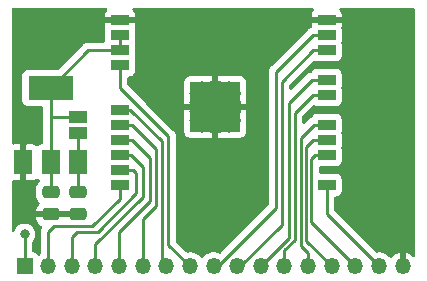
<source format=gbr>
%TF.GenerationSoftware,KiCad,Pcbnew,(6.0.8)*%
%TF.CreationDate,2023-06-07T12:36:53+01:00*%
%TF.ProjectId,BlueRetro_Universal_HW1_3v3,426c7565-5265-4747-926f-5f556e697665,rev?*%
%TF.SameCoordinates,Original*%
%TF.FileFunction,Copper,L1,Top*%
%TF.FilePolarity,Positive*%
%FSLAX46Y46*%
G04 Gerber Fmt 4.6, Leading zero omitted, Abs format (unit mm)*
G04 Created by KiCad (PCBNEW (6.0.8)) date 2023-06-07 12:36:53*
%MOMM*%
%LPD*%
G01*
G04 APERTURE LIST*
G04 Aperture macros list*
%AMRoundRect*
0 Rectangle with rounded corners*
0 $1 Rounding radius*
0 $2 $3 $4 $5 $6 $7 $8 $9 X,Y pos of 4 corners*
0 Add a 4 corners polygon primitive as box body*
4,1,4,$2,$3,$4,$5,$6,$7,$8,$9,$2,$3,0*
0 Add four circle primitives for the rounded corners*
1,1,$1+$1,$2,$3*
1,1,$1+$1,$4,$5*
1,1,$1+$1,$6,$7*
1,1,$1+$1,$8,$9*
0 Add four rect primitives between the rounded corners*
20,1,$1+$1,$2,$3,$4,$5,0*
20,1,$1+$1,$4,$5,$6,$7,0*
20,1,$1+$1,$6,$7,$8,$9,0*
20,1,$1+$1,$8,$9,$2,$3,0*%
G04 Aperture macros list end*
%TA.AperFunction,ComponentPad*%
%ADD10C,0.475000*%
%TD*%
%TA.AperFunction,SMDPad,CuDef*%
%ADD11R,1.050000X1.050000*%
%TD*%
%TA.AperFunction,SMDPad,CuDef*%
%ADD12R,4.200000X4.200000*%
%TD*%
%TA.AperFunction,SMDPad,CuDef*%
%ADD13R,1.500000X0.900000*%
%TD*%
%TA.AperFunction,SMDPad,CuDef*%
%ADD14R,1.500000X2.000000*%
%TD*%
%TA.AperFunction,SMDPad,CuDef*%
%ADD15R,3.800000X2.000000*%
%TD*%
%TA.AperFunction,SMDPad,CuDef*%
%ADD16R,1.500000X1.000000*%
%TD*%
%TA.AperFunction,SMDPad,CuDef*%
%ADD17O,1.350000X1.350000*%
%TD*%
%TA.AperFunction,SMDPad,CuDef*%
%ADD18R,1.350000X1.350000*%
%TD*%
%TA.AperFunction,SMDPad,CuDef*%
%ADD19RoundRect,0.250000X-0.475000X0.250000X-0.475000X-0.250000X0.475000X-0.250000X0.475000X0.250000X0*%
%TD*%
%TA.AperFunction,ViaPad*%
%ADD20C,0.800000*%
%TD*%
%TA.AperFunction,Conductor*%
%ADD21C,0.250000*%
%TD*%
G04 APERTURE END LIST*
D10*
%TO.P,U2,39,GND*%
%TO.N,GND*%
X149016000Y-57532300D03*
D11*
X149016000Y-58294800D03*
D10*
X150541000Y-59057300D03*
D12*
X149016000Y-58294800D03*
D10*
X148253500Y-58294800D03*
D11*
X149016000Y-56769800D03*
D10*
X149778500Y-58294800D03*
D11*
X150541000Y-56769800D03*
X147491000Y-59819800D03*
X147491000Y-58294800D03*
X150541000Y-58294800D03*
D10*
X149016000Y-59057300D03*
X150541000Y-57532300D03*
X148253500Y-56769800D03*
X148253500Y-59819800D03*
D11*
X149016000Y-59819800D03*
X150541000Y-59819800D03*
D10*
X147491000Y-59057300D03*
X149778500Y-56769800D03*
D11*
X147491000Y-56769800D03*
D10*
X149778500Y-59819800D03*
X147491000Y-57532300D03*
D13*
%TO.P,U2,38,GND*%
X158446000Y-50954800D03*
%TO.P,U2,37,IO23*%
%TO.N,IO23*%
X158446000Y-52224800D03*
%TO.P,U2,36,IO22*%
%TO.N,IO22*%
X158446000Y-53494800D03*
%TO.P,U2,34,RXD0/IO3*%
%TO.N,IO3*%
X158446000Y-56034800D03*
%TO.P,U2,33,IO21*%
%TO.N,IO21*%
X158446000Y-57304800D03*
%TO.P,U2,31,IO19*%
%TO.N,IO19*%
X158446000Y-59844800D03*
%TO.P,U2,30,IO18*%
%TO.N,IO18*%
X158446000Y-61114800D03*
%TO.P,U2,29,IO5*%
%TO.N,IO5*%
X158446000Y-62384800D03*
%TO.P,U2,27,IO16*%
%TO.N,IO16*%
X158446000Y-64924800D03*
%TO.P,U2,12,IO27*%
%TO.N,IO27*%
X140946000Y-64924800D03*
%TO.P,U2,11,IO26*%
%TO.N,IO26*%
X140946000Y-63654800D03*
%TO.P,U2,10,IO25*%
%TO.N,IO25*%
X140946000Y-62384800D03*
%TO.P,U2,9,IO33*%
%TO.N,IO33*%
X140946000Y-61114800D03*
%TO.P,U2,8,IO32*%
%TO.N,IO32*%
X140946000Y-59844800D03*
%TO.P,U2,7,IO35*%
%TO.N,IO35*%
X140946000Y-58574800D03*
%TO.P,U2,4,SENSOR_VP*%
%TO.N,IO36*%
X140946000Y-54764800D03*
%TO.P,U2,3,EN*%
%TO.N,+3V3*%
X140946000Y-53494800D03*
%TO.P,U2,2,VDD*%
X140946000Y-52224800D03*
%TO.P,U2,1,GND*%
%TO.N,GND*%
X140946000Y-50954800D03*
%TD*%
D14*
%TO.P,U1,3,VI*%
%TO.N,+5V*%
X137377200Y-62994800D03*
%TO.P,U1,2,VO*%
%TO.N,+3V3*%
X135077200Y-62994800D03*
D15*
X135077200Y-56694800D03*
D14*
%TO.P,U1,1,GND*%
%TO.N,GND*%
X132777200Y-62994800D03*
%TD*%
D16*
%TO.P,JP1,2,B*%
%TO.N,+3V3*%
X137377200Y-59194800D03*
%TO.P,JP1,1,A*%
%TO.N,+5V*%
X137377200Y-60494800D03*
%TD*%
D17*
%TO.P,J1,17,Pin_17*%
%TO.N,GND*%
X164869400Y-71805800D03*
%TO.P,J1,16,Pin_16*%
%TO.N,IO16*%
X162869400Y-71805800D03*
%TO.P,J1,15,Pin_15*%
%TO.N,IO5*%
X160869400Y-71805800D03*
%TO.P,J1,14,Pin_14*%
%TO.N,IO18*%
X158869400Y-71805800D03*
%TO.P,J1,13,Pin_13*%
%TO.N,IO19*%
X156869400Y-71805800D03*
%TO.P,J1,12,Pin_12*%
%TO.N,IO21*%
X154869400Y-71805800D03*
%TO.P,J1,11,Pin_11*%
%TO.N,IO3*%
X152869400Y-71805800D03*
%TO.P,J1,10,Pin_10*%
%TO.N,IO22*%
X150869400Y-71805800D03*
%TO.P,J1,9,Pin_9*%
%TO.N,IO23*%
X148869400Y-71805800D03*
%TO.P,J1,8,Pin_8*%
%TO.N,IO36*%
X146869400Y-71805800D03*
%TO.P,J1,7,Pin_7*%
%TO.N,IO35*%
X144869400Y-71805800D03*
%TO.P,J1,6,Pin_6*%
%TO.N,IO32*%
X142869400Y-71805800D03*
%TO.P,J1,5,Pin_5*%
%TO.N,IO33*%
X140869400Y-71805800D03*
%TO.P,J1,4,Pin_4*%
%TO.N,IO25*%
X138869400Y-71805800D03*
%TO.P,J1,3,Pin_3*%
%TO.N,IO26*%
X136869400Y-71805800D03*
%TO.P,J1,2,Pin_2*%
%TO.N,IO27*%
X134869400Y-71805800D03*
D18*
%TO.P,J1,1,Pin_1*%
%TO.N,+5V*%
X132869400Y-71805800D03*
%TD*%
D19*
%TO.P,C2,2*%
%TO.N,GND*%
X135077200Y-67414800D03*
%TO.P,C2,1*%
%TO.N,+3V3*%
X135077200Y-65514800D03*
%TD*%
%TO.P,C1,2*%
%TO.N,GND*%
X137377200Y-67414800D03*
%TO.P,C1,1*%
%TO.N,+5V*%
X137377200Y-65514800D03*
%TD*%
D20*
%TO.N,+5V*%
X132869400Y-69111400D03*
X137377200Y-65514800D03*
%TD*%
D21*
%TO.N,IO23*%
X149250400Y-71805800D02*
X148869400Y-71805800D01*
X154178000Y-66878200D02*
X149250400Y-71805800D01*
X157325200Y-52224800D02*
X154178000Y-55372000D01*
X158446000Y-52224800D02*
X157325200Y-52224800D01*
X154178000Y-55372000D02*
X154178000Y-66878200D01*
%TO.N,IO22*%
X157325200Y-53494800D02*
X154660600Y-56159400D01*
X154660600Y-56159400D02*
X154660600Y-68275200D01*
X151130000Y-71805800D02*
X150869400Y-71805800D01*
X158446000Y-53494800D02*
X157325200Y-53494800D01*
X154660600Y-68275200D02*
X151130000Y-71805800D01*
%TO.N,IO36*%
X145034000Y-69970400D02*
X146869400Y-71805800D01*
X145034000Y-60782200D02*
X145034000Y-69970400D01*
X140946000Y-56694200D02*
X145034000Y-60782200D01*
X140946000Y-54764800D02*
X140946000Y-56694200D01*
%TO.N,IO35*%
X144475200Y-61214000D02*
X144475200Y-71411600D01*
X141836000Y-58574800D02*
X144475200Y-61214000D01*
X144475200Y-71411600D02*
X144869400Y-71805800D01*
X140946000Y-58574800D02*
X141836000Y-58574800D01*
%TO.N,IO3*%
X154419400Y-70255800D02*
X152869400Y-71805800D01*
X155244800Y-57988200D02*
X155244800Y-69416804D01*
X155244800Y-69416804D02*
X154419400Y-70242204D01*
X157198200Y-56034800D02*
X155244800Y-57988200D01*
X158446000Y-56034800D02*
X157198200Y-56034800D01*
X154419400Y-70242204D02*
X154419400Y-70255800D01*
%TO.N,IO21*%
X154869400Y-70428600D02*
X154869400Y-71805800D01*
X155752800Y-69545200D02*
X154869400Y-70428600D01*
X155752800Y-58801000D02*
X155752800Y-69545200D01*
X157249000Y-57304800D02*
X155752800Y-58801000D01*
X158446000Y-57304800D02*
X157249000Y-57304800D01*
%TO.N,IO19*%
X156249800Y-70093000D02*
X156869400Y-70712600D01*
X156249800Y-60971000D02*
X156249800Y-70093000D01*
X156869400Y-70712600D02*
X156869400Y-71805800D01*
X157376000Y-59844800D02*
X156249800Y-60971000D01*
X158446000Y-59844800D02*
X157376000Y-59844800D01*
%TO.N,IO18*%
X156699800Y-69636200D02*
X158869400Y-71805800D01*
X156699800Y-61740200D02*
X156699800Y-69636200D01*
X157325200Y-61114800D02*
X156699800Y-61740200D01*
X158446000Y-61114800D02*
X157325200Y-61114800D01*
%TO.N,IO5*%
X157149800Y-68086200D02*
X160869400Y-71805800D01*
X157452200Y-62384800D02*
X157149800Y-62687200D01*
X157149800Y-62687200D02*
X157149800Y-68086200D01*
X158446000Y-62384800D02*
X157452200Y-62384800D01*
%TO.N,IO32*%
X143992600Y-66700400D02*
X142869400Y-67823600D01*
X143992600Y-61849000D02*
X143992600Y-66700400D01*
X142869400Y-67823600D02*
X142869400Y-71805800D01*
X141988400Y-59844800D02*
X143992600Y-61849000D01*
X140946000Y-59844800D02*
X141988400Y-59844800D01*
%TO.N,IO33*%
X140869400Y-68858400D02*
X140869400Y-71805800D01*
X143484600Y-66243200D02*
X140869400Y-68858400D01*
X141988400Y-61114800D02*
X143484600Y-62611000D01*
X140946000Y-61114800D02*
X141988400Y-61114800D01*
X143484600Y-62611000D02*
X143484600Y-66243200D01*
%TO.N,IO25*%
X142900400Y-65900300D02*
X138869400Y-69931300D01*
X141912200Y-62384800D02*
X142900400Y-63373000D01*
X142900400Y-63373000D02*
X142900400Y-65900300D01*
X138869400Y-69931300D02*
X138869400Y-71805800D01*
X140946000Y-62384800D02*
X141912200Y-62384800D01*
%TO.N,IO26*%
X139046800Y-68877600D02*
X137345000Y-68877600D01*
X142341600Y-65582800D02*
X139046800Y-68877600D01*
X142064600Y-63654800D02*
X142341600Y-63931800D01*
X142341600Y-63931800D02*
X142341600Y-65582800D01*
X140946000Y-63654800D02*
X142064600Y-63654800D01*
X137345000Y-68877600D02*
X136869400Y-69353200D01*
X136869400Y-69353200D02*
X136869400Y-71805800D01*
%TO.N,IO27*%
X134869400Y-68889400D02*
X134869400Y-71805800D01*
X135331200Y-68427600D02*
X134869400Y-68889400D01*
X138607800Y-68427600D02*
X135331200Y-68427600D01*
X140946000Y-66089400D02*
X138607800Y-68427600D01*
X140946000Y-64924800D02*
X140946000Y-66089400D01*
%TO.N,IO16*%
X158446000Y-67382400D02*
X162869400Y-71805800D01*
X158446000Y-64924800D02*
X158446000Y-67382400D01*
%TO.N,+3V3*%
X138277200Y-53494800D02*
X135077200Y-56694800D01*
X140946000Y-53494800D02*
X138277200Y-53494800D01*
X140946000Y-53494800D02*
X140946000Y-52224800D01*
%TO.N,+5V*%
X137377200Y-62994800D02*
X137377200Y-60494800D01*
X137377200Y-65514800D02*
X137377200Y-62994800D01*
%TO.N,+3V3*%
X137377200Y-59194800D02*
X135090000Y-59194800D01*
X135077200Y-59182000D02*
X135077200Y-56694800D01*
X135090000Y-59194800D02*
X135077200Y-59182000D01*
X135077200Y-62994800D02*
X135077200Y-59182000D01*
X135077200Y-65514800D02*
X135077200Y-62994800D01*
%TO.N,+5V*%
X132869400Y-71805800D02*
X132869400Y-69111400D01*
%TD*%
%TA.AperFunction,Conductor*%
%TO.N,GND*%
G36*
X139830415Y-49931502D02*
G01*
X139876908Y-49985158D01*
X139887012Y-50055432D01*
X139857518Y-50120012D01*
X139846623Y-50130162D01*
X139846626Y-50130165D01*
X139827715Y-50149076D01*
X139751214Y-50251151D01*
X139742676Y-50266746D01*
X139697522Y-50387194D01*
X139693895Y-50402449D01*
X139688369Y-50453314D01*
X139688000Y-50460128D01*
X139688000Y-50682685D01*
X139692475Y-50697924D01*
X139693865Y-50699129D01*
X139701548Y-50700800D01*
X142185884Y-50700800D01*
X142201123Y-50696325D01*
X142202328Y-50694935D01*
X142203999Y-50687252D01*
X142203999Y-50460131D01*
X142203629Y-50453310D01*
X142198105Y-50402448D01*
X142194479Y-50387196D01*
X142149324Y-50266746D01*
X142140786Y-50251151D01*
X142064285Y-50149076D01*
X142045374Y-50130165D01*
X142046898Y-50128641D01*
X142011624Y-50081462D01*
X142006602Y-50010643D01*
X142040664Y-49948351D01*
X142102997Y-49914363D01*
X142129706Y-49911500D01*
X157262294Y-49911500D01*
X157330415Y-49931502D01*
X157376908Y-49985158D01*
X157387012Y-50055432D01*
X157357518Y-50120012D01*
X157346623Y-50130162D01*
X157346626Y-50130165D01*
X157327715Y-50149076D01*
X157251214Y-50251151D01*
X157242676Y-50266746D01*
X157197522Y-50387194D01*
X157193895Y-50402449D01*
X157188369Y-50453314D01*
X157188000Y-50460128D01*
X157188000Y-50682685D01*
X157192475Y-50697924D01*
X157193865Y-50699129D01*
X157201548Y-50700800D01*
X159685884Y-50700800D01*
X159701123Y-50696325D01*
X159702328Y-50694935D01*
X159703999Y-50687252D01*
X159703999Y-50460131D01*
X159703629Y-50453310D01*
X159698105Y-50402448D01*
X159694479Y-50387196D01*
X159649324Y-50266746D01*
X159640786Y-50251151D01*
X159564285Y-50149076D01*
X159545374Y-50130165D01*
X159546898Y-50128641D01*
X159511624Y-50081462D01*
X159506602Y-50010643D01*
X159540664Y-49948351D01*
X159602997Y-49914363D01*
X159629706Y-49911500D01*
X165811700Y-49911500D01*
X165879821Y-49931502D01*
X165926314Y-49985158D01*
X165937700Y-50037500D01*
X165937700Y-70894142D01*
X165917698Y-70962263D01*
X165864042Y-71008756D01*
X165793768Y-71018860D01*
X165726171Y-70986667D01*
X165596890Y-70867161D01*
X165587765Y-70860160D01*
X165413655Y-70750305D01*
X165403408Y-70745084D01*
X165212193Y-70668797D01*
X165201167Y-70665530D01*
X165141170Y-70653597D01*
X165128294Y-70654749D01*
X165123400Y-70669902D01*
X165123400Y-71933800D01*
X165103398Y-72001921D01*
X165049742Y-72048414D01*
X164997400Y-72059800D01*
X164741400Y-72059800D01*
X164673279Y-72039798D01*
X164626786Y-71986142D01*
X164615400Y-71933800D01*
X164615400Y-70667137D01*
X164611594Y-70654175D01*
X164596678Y-70652239D01*
X164567602Y-70657235D01*
X164556482Y-70660215D01*
X164363340Y-70731469D01*
X164352962Y-70736419D01*
X164176039Y-70841677D01*
X164166727Y-70848443D01*
X164011947Y-70984181D01*
X164004029Y-70992525D01*
X163969717Y-71036049D01*
X163911836Y-71077161D01*
X163840916Y-71080455D01*
X163779473Y-71044883D01*
X163769810Y-71033431D01*
X163756133Y-71015115D01*
X163756132Y-71015114D01*
X163752680Y-71010491D01*
X163748444Y-71006575D01*
X163597196Y-70866763D01*
X163597193Y-70866761D01*
X163592956Y-70862844D01*
X163408999Y-70746776D01*
X163206972Y-70666176D01*
X162993639Y-70623741D01*
X162987864Y-70623665D01*
X162987860Y-70623665D01*
X162878819Y-70622238D01*
X162776146Y-70620894D01*
X162673403Y-70638549D01*
X162602878Y-70630372D01*
X162562969Y-70603464D01*
X159116405Y-67156900D01*
X159082379Y-67094588D01*
X159079500Y-67067805D01*
X159079500Y-66009300D01*
X159099502Y-65941179D01*
X159153158Y-65894686D01*
X159205500Y-65883300D01*
X159244134Y-65883300D01*
X159306316Y-65876545D01*
X159442705Y-65825415D01*
X159559261Y-65738061D01*
X159646615Y-65621505D01*
X159697745Y-65485116D01*
X159704500Y-65422934D01*
X159704500Y-64426666D01*
X159697745Y-64364484D01*
X159646615Y-64228095D01*
X159559261Y-64111539D01*
X159442705Y-64024185D01*
X159306316Y-63973055D01*
X159244134Y-63966300D01*
X157909300Y-63966300D01*
X157841179Y-63946298D01*
X157794686Y-63892642D01*
X157783300Y-63840300D01*
X157783300Y-63469300D01*
X157803302Y-63401179D01*
X157856958Y-63354686D01*
X157909300Y-63343300D01*
X159244134Y-63343300D01*
X159306316Y-63336545D01*
X159442705Y-63285415D01*
X159559261Y-63198061D01*
X159646615Y-63081505D01*
X159697745Y-62945116D01*
X159704500Y-62882934D01*
X159704500Y-61886666D01*
X159697745Y-61824484D01*
X159686328Y-61794029D01*
X159681145Y-61723223D01*
X159686326Y-61705576D01*
X159697745Y-61675116D01*
X159704500Y-61612934D01*
X159704500Y-60616666D01*
X159697745Y-60554484D01*
X159686328Y-60524029D01*
X159681145Y-60453223D01*
X159686326Y-60435576D01*
X159697745Y-60405116D01*
X159704500Y-60342934D01*
X159704500Y-59346666D01*
X159697745Y-59284484D01*
X159646615Y-59148095D01*
X159559261Y-59031539D01*
X159442705Y-58944185D01*
X159306316Y-58893055D01*
X159244134Y-58886300D01*
X157647866Y-58886300D01*
X157585684Y-58893055D01*
X157449295Y-58944185D01*
X157332739Y-59031539D01*
X157315656Y-59054333D01*
X157250767Y-59140913D01*
X157250765Y-59140916D01*
X157245385Y-59148095D01*
X157236022Y-59173070D01*
X157193383Y-59229833D01*
X157153195Y-59249837D01*
X157122407Y-59258782D01*
X157115585Y-59262816D01*
X157115579Y-59262819D01*
X157104968Y-59269094D01*
X157087218Y-59277790D01*
X157075756Y-59282328D01*
X157075751Y-59282331D01*
X157068383Y-59285248D01*
X157061968Y-59289909D01*
X157032625Y-59311227D01*
X157022707Y-59317743D01*
X157004019Y-59328795D01*
X156984637Y-59340258D01*
X156970313Y-59354582D01*
X156955281Y-59367421D01*
X156938893Y-59379328D01*
X156910712Y-59413393D01*
X156902722Y-59422173D01*
X156601395Y-59723500D01*
X156539083Y-59757526D01*
X156468268Y-59752461D01*
X156411432Y-59709914D01*
X156386621Y-59643394D01*
X156386300Y-59634405D01*
X156386300Y-59115594D01*
X156406302Y-59047473D01*
X156423205Y-59026499D01*
X157254868Y-58194836D01*
X157317180Y-58160810D01*
X157387995Y-58165875D01*
X157419523Y-58183102D01*
X157449295Y-58205415D01*
X157585684Y-58256545D01*
X157647866Y-58263300D01*
X159244134Y-58263300D01*
X159306316Y-58256545D01*
X159442705Y-58205415D01*
X159559261Y-58118061D01*
X159646615Y-58001505D01*
X159697745Y-57865116D01*
X159704500Y-57802934D01*
X159704500Y-56806666D01*
X159697745Y-56744484D01*
X159686328Y-56714029D01*
X159681145Y-56643223D01*
X159686326Y-56625576D01*
X159697745Y-56595116D01*
X159704500Y-56532934D01*
X159704500Y-55536666D01*
X159697745Y-55474484D01*
X159646615Y-55338095D01*
X159559261Y-55221539D01*
X159442705Y-55134185D01*
X159306316Y-55083055D01*
X159244134Y-55076300D01*
X157647866Y-55076300D01*
X157585684Y-55083055D01*
X157449295Y-55134185D01*
X157332739Y-55221539D01*
X157245385Y-55338095D01*
X157244716Y-55339881D01*
X157196973Y-55387513D01*
X157140675Y-55402794D01*
X157115778Y-55403577D01*
X157098311Y-55404126D01*
X157090697Y-55406338D01*
X157090692Y-55406339D01*
X157078859Y-55409777D01*
X157059496Y-55413788D01*
X157039403Y-55416326D01*
X157032036Y-55419243D01*
X157032031Y-55419244D01*
X156998292Y-55432602D01*
X156987065Y-55436446D01*
X156944607Y-55448782D01*
X156937781Y-55452819D01*
X156927172Y-55459093D01*
X156909424Y-55467788D01*
X156890583Y-55475248D01*
X156884167Y-55479910D01*
X156884166Y-55479910D01*
X156854813Y-55501236D01*
X156844893Y-55507752D01*
X156813665Y-55526220D01*
X156813662Y-55526222D01*
X156806838Y-55530258D01*
X156792517Y-55544579D01*
X156777484Y-55557419D01*
X156761093Y-55569328D01*
X156749417Y-55583442D01*
X156732902Y-55603405D01*
X156724912Y-55612184D01*
X155509195Y-56827900D01*
X155446883Y-56861926D01*
X155376067Y-56856861D01*
X155319232Y-56814314D01*
X155294421Y-56747794D01*
X155294100Y-56738805D01*
X155294100Y-56473994D01*
X155314102Y-56405873D01*
X155331005Y-56384899D01*
X157300223Y-54415681D01*
X157362535Y-54381655D01*
X157433350Y-54386720D01*
X157444494Y-54391817D01*
X157449295Y-54395415D01*
X157585684Y-54446545D01*
X157647866Y-54453300D01*
X159244134Y-54453300D01*
X159306316Y-54446545D01*
X159442705Y-54395415D01*
X159559261Y-54308061D01*
X159646615Y-54191505D01*
X159697745Y-54055116D01*
X159704500Y-53992934D01*
X159704500Y-52996666D01*
X159697745Y-52934484D01*
X159686328Y-52904029D01*
X159681145Y-52833223D01*
X159686326Y-52815576D01*
X159697745Y-52785116D01*
X159704500Y-52722934D01*
X159704500Y-51726666D01*
X159697745Y-51664484D01*
X159686061Y-51633317D01*
X159680878Y-51562512D01*
X159686061Y-51544857D01*
X159694479Y-51522402D01*
X159698105Y-51507151D01*
X159703631Y-51456286D01*
X159704000Y-51449472D01*
X159704000Y-51226915D01*
X159699525Y-51211676D01*
X159698135Y-51210471D01*
X159690452Y-51208800D01*
X157206116Y-51208800D01*
X157190877Y-51213275D01*
X157189672Y-51214665D01*
X157188001Y-51222348D01*
X157188001Y-51449469D01*
X157188370Y-51456286D01*
X157192598Y-51495206D01*
X157180069Y-51565089D01*
X157131748Y-51617104D01*
X157102490Y-51629809D01*
X157096636Y-51631510D01*
X157071607Y-51638782D01*
X157064781Y-51642819D01*
X157054172Y-51649093D01*
X157036424Y-51657788D01*
X157017583Y-51665248D01*
X157011167Y-51669910D01*
X157011166Y-51669910D01*
X156981813Y-51691236D01*
X156971893Y-51697752D01*
X156940665Y-51716220D01*
X156940662Y-51716222D01*
X156933838Y-51720258D01*
X156919517Y-51734579D01*
X156904484Y-51747419D01*
X156888093Y-51759328D01*
X156883042Y-51765434D01*
X156859902Y-51793405D01*
X156851912Y-51802184D01*
X153785747Y-54868348D01*
X153777461Y-54875888D01*
X153770982Y-54880000D01*
X153765557Y-54885777D01*
X153724357Y-54929651D01*
X153721602Y-54932493D01*
X153701865Y-54952230D01*
X153699385Y-54955427D01*
X153691682Y-54964447D01*
X153661414Y-54996679D01*
X153657595Y-55003625D01*
X153657593Y-55003628D01*
X153651652Y-55014434D01*
X153640801Y-55030953D01*
X153628386Y-55046959D01*
X153625241Y-55054228D01*
X153625238Y-55054232D01*
X153610826Y-55087537D01*
X153605609Y-55098187D01*
X153584305Y-55136940D01*
X153582334Y-55144615D01*
X153582334Y-55144616D01*
X153579267Y-55156562D01*
X153572863Y-55175266D01*
X153564819Y-55193855D01*
X153563580Y-55201678D01*
X153563577Y-55201688D01*
X153557901Y-55237524D01*
X153555495Y-55249144D01*
X153547387Y-55280725D01*
X153544500Y-55291970D01*
X153544500Y-55312224D01*
X153542949Y-55331934D01*
X153539780Y-55351943D01*
X153540526Y-55359835D01*
X153543941Y-55395961D01*
X153544500Y-55407819D01*
X153544500Y-66563606D01*
X153524498Y-66631727D01*
X153507595Y-66652701D01*
X149470922Y-70689373D01*
X149408610Y-70723399D01*
X149335137Y-70717308D01*
X149212341Y-70668318D01*
X149206972Y-70666176D01*
X148993639Y-70623741D01*
X148987864Y-70623665D01*
X148987860Y-70623665D01*
X148878819Y-70622238D01*
X148776146Y-70620894D01*
X148770449Y-70621873D01*
X148770448Y-70621873D01*
X148567465Y-70656752D01*
X148567462Y-70656753D01*
X148561775Y-70657730D01*
X148357707Y-70733014D01*
X148331636Y-70748525D01*
X148181448Y-70837878D01*
X148170776Y-70844227D01*
X148007242Y-70987642D01*
X148003670Y-70992172D01*
X148003669Y-70992174D01*
X147969407Y-71035634D01*
X147911525Y-71076747D01*
X147840605Y-71080039D01*
X147779163Y-71044467D01*
X147769500Y-71033015D01*
X147756137Y-71015119D01*
X147756130Y-71015112D01*
X147752680Y-71010491D01*
X147748444Y-71006575D01*
X147597196Y-70866763D01*
X147597193Y-70866761D01*
X147592956Y-70862844D01*
X147408999Y-70746776D01*
X147206972Y-70666176D01*
X146993639Y-70623741D01*
X146987864Y-70623665D01*
X146987860Y-70623665D01*
X146878819Y-70622238D01*
X146776146Y-70620894D01*
X146770449Y-70621873D01*
X146770448Y-70621873D01*
X146673402Y-70638549D01*
X146602878Y-70630372D01*
X146562968Y-70603464D01*
X146137278Y-70177773D01*
X145704404Y-69744899D01*
X145670379Y-69682587D01*
X145667500Y-69655804D01*
X145667500Y-60860967D01*
X145668027Y-60849784D01*
X145669702Y-60842291D01*
X145667562Y-60774214D01*
X145667500Y-60770255D01*
X145667500Y-60742344D01*
X145666995Y-60738344D01*
X145666062Y-60726501D01*
X145664922Y-60690230D01*
X145664673Y-60682311D01*
X145659021Y-60662857D01*
X145655013Y-60643500D01*
X145653468Y-60631270D01*
X145653468Y-60631269D01*
X145652474Y-60623403D01*
X145648462Y-60613269D01*
X145636196Y-60582288D01*
X145632351Y-60571058D01*
X145622229Y-60536217D01*
X145622229Y-60536216D01*
X145620018Y-60528607D01*
X145615985Y-60521788D01*
X145615983Y-60521783D01*
X145609707Y-60511172D01*
X145601012Y-60493424D01*
X145593552Y-60474583D01*
X145568041Y-60439469D01*
X146408001Y-60439469D01*
X146408371Y-60446290D01*
X146413895Y-60497152D01*
X146417521Y-60512404D01*
X146462676Y-60632854D01*
X146471214Y-60648449D01*
X146547715Y-60750524D01*
X146560276Y-60763085D01*
X146662351Y-60839586D01*
X146677946Y-60848124D01*
X146798394Y-60893278D01*
X146813649Y-60896905D01*
X146864514Y-60902431D01*
X146871328Y-60902800D01*
X148743885Y-60902800D01*
X148759124Y-60898325D01*
X148760329Y-60896935D01*
X148762000Y-60889252D01*
X148762000Y-60884684D01*
X149270000Y-60884684D01*
X149274475Y-60899923D01*
X149275865Y-60901128D01*
X149283548Y-60902799D01*
X151160669Y-60902799D01*
X151167490Y-60902429D01*
X151218352Y-60896905D01*
X151233604Y-60893279D01*
X151354054Y-60848124D01*
X151369649Y-60839586D01*
X151471724Y-60763085D01*
X151484285Y-60750524D01*
X151560786Y-60648449D01*
X151569324Y-60632854D01*
X151614478Y-60512406D01*
X151618105Y-60497151D01*
X151623631Y-60446286D01*
X151624000Y-60439472D01*
X151624000Y-58566915D01*
X151619525Y-58551676D01*
X151618135Y-58550471D01*
X151610452Y-58548800D01*
X151161479Y-58548800D01*
X151150454Y-58552037D01*
X151153692Y-58559127D01*
X151175273Y-58580708D01*
X151209299Y-58643020D01*
X151204235Y-58713836D01*
X151175275Y-58758900D01*
X150889684Y-59044492D01*
X150882073Y-59058430D01*
X150882205Y-59060266D01*
X150886454Y-59066878D01*
X151175275Y-59355700D01*
X151209300Y-59418012D01*
X151204235Y-59488828D01*
X151175274Y-59533891D01*
X151096432Y-59612732D01*
X151017589Y-59691575D01*
X150955276Y-59725600D01*
X150884461Y-59720534D01*
X150839399Y-59691574D01*
X150807812Y-59659987D01*
X150797723Y-59654478D01*
X150795000Y-59661779D01*
X150795000Y-59947800D01*
X150774998Y-60015921D01*
X150721342Y-60062414D01*
X150669000Y-60073800D01*
X150386490Y-60073800D01*
X150375465Y-60077037D01*
X150378703Y-60084128D01*
X150412774Y-60118199D01*
X150446800Y-60180511D01*
X150441735Y-60251326D01*
X150412774Y-60296389D01*
X150333932Y-60375231D01*
X150255090Y-60454074D01*
X150192778Y-60488100D01*
X150121963Y-60483035D01*
X150076900Y-60454075D01*
X149791308Y-60168484D01*
X149777370Y-60160873D01*
X149775534Y-60161005D01*
X149768922Y-60165254D01*
X149480100Y-60454075D01*
X149417788Y-60488100D01*
X149346972Y-60483035D01*
X149301908Y-60454073D01*
X149282808Y-60434972D01*
X149272723Y-60429466D01*
X149270000Y-60436768D01*
X149270000Y-60884684D01*
X148762000Y-60884684D01*
X148762000Y-60440279D01*
X148758763Y-60429254D01*
X148751673Y-60432492D01*
X148730092Y-60454073D01*
X148667780Y-60488099D01*
X148596964Y-60483035D01*
X148551900Y-60454075D01*
X148266308Y-60168484D01*
X148252370Y-60160873D01*
X148250534Y-60161005D01*
X148243922Y-60165254D01*
X147955100Y-60454075D01*
X147892788Y-60488100D01*
X147821972Y-60483035D01*
X147776909Y-60454074D01*
X147698068Y-60375232D01*
X147619225Y-60296389D01*
X147585200Y-60234076D01*
X147590266Y-60163261D01*
X147619226Y-60118199D01*
X147650813Y-60086612D01*
X147656322Y-60076523D01*
X147649021Y-60073800D01*
X147363000Y-60073800D01*
X147294879Y-60053798D01*
X147248386Y-60000142D01*
X147237000Y-59947800D01*
X147237000Y-59665290D01*
X147233763Y-59654265D01*
X147226672Y-59657503D01*
X147192601Y-59691574D01*
X147130289Y-59725600D01*
X147059474Y-59720535D01*
X147014411Y-59691574D01*
X146935569Y-59612732D01*
X146856726Y-59533890D01*
X146822700Y-59471578D01*
X146827765Y-59400763D01*
X146856725Y-59355700D01*
X147142316Y-59070108D01*
X147148693Y-59058429D01*
X147832074Y-59058429D01*
X147832205Y-59060268D01*
X147836453Y-59066877D01*
X147866005Y-59096430D01*
X147866004Y-59096430D01*
X147866005Y-59096431D01*
X148240690Y-59471115D01*
X148254630Y-59478727D01*
X148256466Y-59478595D01*
X148263078Y-59474346D01*
X148640995Y-59096430D01*
X148640997Y-59096428D01*
X148667315Y-59070109D01*
X148673693Y-59058429D01*
X149357074Y-59058429D01*
X149357205Y-59060268D01*
X149361453Y-59066877D01*
X149391005Y-59096430D01*
X149391004Y-59096430D01*
X149391005Y-59096431D01*
X149765690Y-59471115D01*
X149779630Y-59478727D01*
X149781466Y-59478595D01*
X149788078Y-59474346D01*
X150165995Y-59096430D01*
X150165997Y-59096428D01*
X150192315Y-59070109D01*
X150199926Y-59056171D01*
X150199795Y-59054333D01*
X150195545Y-59047721D01*
X149817630Y-58669805D01*
X149817628Y-58669803D01*
X149791309Y-58643485D01*
X149777371Y-58635874D01*
X149775533Y-58636005D01*
X149768921Y-58640255D01*
X149391005Y-59018170D01*
X149391003Y-59018172D01*
X149364685Y-59044491D01*
X149357074Y-59058429D01*
X148673693Y-59058429D01*
X148674926Y-59056171D01*
X148674795Y-59054333D01*
X148670545Y-59047721D01*
X148292630Y-58669805D01*
X148292628Y-58669803D01*
X148266309Y-58643485D01*
X148252371Y-58635874D01*
X148250533Y-58636005D01*
X148243921Y-58640255D01*
X147866005Y-59018170D01*
X147866003Y-59018172D01*
X147839685Y-59044491D01*
X147832074Y-59058429D01*
X147148693Y-59058429D01*
X147149927Y-59056170D01*
X147149795Y-59054334D01*
X147145546Y-59047722D01*
X146856725Y-58758900D01*
X146822700Y-58696588D01*
X146827765Y-58625772D01*
X146856727Y-58580708D01*
X146875828Y-58561608D01*
X146881334Y-58551523D01*
X146874032Y-58548800D01*
X146426116Y-58548800D01*
X146410877Y-58553275D01*
X146409672Y-58554665D01*
X146408001Y-58562348D01*
X146408001Y-60439469D01*
X145568041Y-60439469D01*
X145567564Y-60438813D01*
X145561048Y-60428893D01*
X145542580Y-60397665D01*
X145542578Y-60397662D01*
X145538542Y-60390838D01*
X145524221Y-60376517D01*
X145511380Y-60361483D01*
X145504131Y-60351506D01*
X145499472Y-60345093D01*
X145465395Y-60316902D01*
X145456616Y-60308912D01*
X143170390Y-58022685D01*
X146408000Y-58022685D01*
X146412475Y-58037924D01*
X146413865Y-58039129D01*
X146421548Y-58040800D01*
X146870521Y-58040800D01*
X146881546Y-58037563D01*
X146878308Y-58030473D01*
X146856727Y-58008892D01*
X146822701Y-57946580D01*
X146827765Y-57875764D01*
X146856725Y-57830700D01*
X147142316Y-57545108D01*
X147148693Y-57533429D01*
X147832074Y-57533429D01*
X147832205Y-57535268D01*
X147836453Y-57541877D01*
X147866005Y-57571430D01*
X147866004Y-57571430D01*
X147866005Y-57571431D01*
X148240690Y-57946115D01*
X148254630Y-57953727D01*
X148256466Y-57953595D01*
X148263078Y-57949346D01*
X148640995Y-57571430D01*
X148640997Y-57571428D01*
X148667315Y-57545109D01*
X148673693Y-57533429D01*
X149357074Y-57533429D01*
X149357205Y-57535268D01*
X149361453Y-57541877D01*
X149391005Y-57571430D01*
X149391004Y-57571430D01*
X149391005Y-57571431D01*
X149765690Y-57946115D01*
X149779630Y-57953727D01*
X149781466Y-57953595D01*
X149788078Y-57949346D01*
X150165995Y-57571430D01*
X150165997Y-57571428D01*
X150192315Y-57545109D01*
X150199926Y-57531171D01*
X150199795Y-57529333D01*
X150195545Y-57522721D01*
X149817630Y-57144805D01*
X149817628Y-57144803D01*
X149791309Y-57118485D01*
X149777371Y-57110874D01*
X149775533Y-57111005D01*
X149768921Y-57115255D01*
X149391005Y-57493170D01*
X149391003Y-57493172D01*
X149364685Y-57519491D01*
X149357074Y-57533429D01*
X148673693Y-57533429D01*
X148674926Y-57531171D01*
X148674795Y-57529333D01*
X148670545Y-57522721D01*
X148292630Y-57144805D01*
X148292628Y-57144803D01*
X148266309Y-57118485D01*
X148252371Y-57110874D01*
X148250533Y-57111005D01*
X148243921Y-57115255D01*
X147866005Y-57493170D01*
X147866003Y-57493172D01*
X147839685Y-57519491D01*
X147832074Y-57533429D01*
X147148693Y-57533429D01*
X147149927Y-57531170D01*
X147149795Y-57529334D01*
X147145546Y-57522722D01*
X146856725Y-57233900D01*
X146822700Y-57171588D01*
X146827765Y-57100772D01*
X146856726Y-57055709D01*
X146935568Y-56976868D01*
X147014411Y-56898025D01*
X147076724Y-56864000D01*
X147147539Y-56869066D01*
X147192601Y-56898026D01*
X147224188Y-56929613D01*
X147234277Y-56935122D01*
X147237000Y-56927821D01*
X147237000Y-56641800D01*
X147257002Y-56573679D01*
X147310658Y-56527186D01*
X147363000Y-56515800D01*
X147645510Y-56515800D01*
X147656535Y-56512563D01*
X147653297Y-56505472D01*
X147619226Y-56471401D01*
X147585200Y-56409089D01*
X147590265Y-56338274D01*
X147619226Y-56293211D01*
X147698068Y-56214369D01*
X147776910Y-56135526D01*
X147839222Y-56101500D01*
X147910037Y-56106565D01*
X147955100Y-56135525D01*
X148240692Y-56421116D01*
X148254630Y-56428727D01*
X148256466Y-56428595D01*
X148263078Y-56424346D01*
X148551900Y-56135525D01*
X148614212Y-56101500D01*
X148685028Y-56106565D01*
X148730092Y-56135527D01*
X148749192Y-56154628D01*
X148759277Y-56160134D01*
X148762000Y-56152832D01*
X148762000Y-56149321D01*
X149270000Y-56149321D01*
X149273237Y-56160346D01*
X149280327Y-56157108D01*
X149301908Y-56135527D01*
X149364220Y-56101501D01*
X149435036Y-56106565D01*
X149480100Y-56135525D01*
X149765692Y-56421116D01*
X149779630Y-56428727D01*
X149781466Y-56428595D01*
X149788078Y-56424346D01*
X150076900Y-56135525D01*
X150139212Y-56101500D01*
X150210028Y-56106565D01*
X150255091Y-56135526D01*
X150333932Y-56214368D01*
X150412775Y-56293211D01*
X150446800Y-56355524D01*
X150441734Y-56426339D01*
X150412774Y-56471401D01*
X150381187Y-56502988D01*
X150375678Y-56513077D01*
X150382979Y-56515800D01*
X150669000Y-56515800D01*
X150737121Y-56535802D01*
X150783614Y-56589458D01*
X150795000Y-56641800D01*
X150795000Y-56924310D01*
X150798237Y-56935335D01*
X150805328Y-56932097D01*
X150839399Y-56898026D01*
X150901711Y-56864000D01*
X150972526Y-56869065D01*
X151017589Y-56898026D01*
X151096431Y-56976868D01*
X151175274Y-57055710D01*
X151209300Y-57118022D01*
X151204235Y-57188837D01*
X151175275Y-57233900D01*
X150889684Y-57519492D01*
X150882073Y-57533430D01*
X150882205Y-57535266D01*
X150886454Y-57541878D01*
X151175275Y-57830700D01*
X151209300Y-57893012D01*
X151204235Y-57963828D01*
X151175273Y-58008892D01*
X151156172Y-58027992D01*
X151150666Y-58038077D01*
X151157968Y-58040800D01*
X151605884Y-58040800D01*
X151621123Y-58036325D01*
X151622328Y-58034935D01*
X151623999Y-58027252D01*
X151623999Y-56150131D01*
X151623629Y-56143310D01*
X151618105Y-56092448D01*
X151614479Y-56077196D01*
X151569324Y-55956746D01*
X151560786Y-55941151D01*
X151484285Y-55839076D01*
X151471724Y-55826515D01*
X151369649Y-55750014D01*
X151354054Y-55741476D01*
X151233606Y-55696322D01*
X151218351Y-55692695D01*
X151167486Y-55687169D01*
X151160672Y-55686800D01*
X149288115Y-55686800D01*
X149272876Y-55691275D01*
X149271671Y-55692665D01*
X149270000Y-55700348D01*
X149270000Y-56149321D01*
X148762000Y-56149321D01*
X148762000Y-55704916D01*
X148757525Y-55689677D01*
X148756135Y-55688472D01*
X148748452Y-55686801D01*
X146871331Y-55686801D01*
X146864510Y-55687171D01*
X146813648Y-55692695D01*
X146798396Y-55696321D01*
X146677946Y-55741476D01*
X146662351Y-55750014D01*
X146560276Y-55826515D01*
X146547715Y-55839076D01*
X146471214Y-55941151D01*
X146462676Y-55956746D01*
X146417522Y-56077194D01*
X146413895Y-56092449D01*
X146408369Y-56143314D01*
X146408000Y-56150128D01*
X146408000Y-58022685D01*
X143170390Y-58022685D01*
X141616405Y-56468700D01*
X141582379Y-56406388D01*
X141579500Y-56379605D01*
X141579500Y-55849300D01*
X141599502Y-55781179D01*
X141653158Y-55734686D01*
X141705500Y-55723300D01*
X141744134Y-55723300D01*
X141806316Y-55716545D01*
X141942705Y-55665415D01*
X142059261Y-55578061D01*
X142146615Y-55461505D01*
X142197745Y-55325116D01*
X142204500Y-55262934D01*
X142204500Y-54266666D01*
X142197745Y-54204484D01*
X142186328Y-54174029D01*
X142181145Y-54103223D01*
X142186326Y-54085576D01*
X142197745Y-54055116D01*
X142204500Y-53992934D01*
X142204500Y-52996666D01*
X142197745Y-52934484D01*
X142186328Y-52904029D01*
X142181145Y-52833223D01*
X142186326Y-52815576D01*
X142197745Y-52785116D01*
X142204500Y-52722934D01*
X142204500Y-51726666D01*
X142197745Y-51664484D01*
X142186061Y-51633317D01*
X142180878Y-51562512D01*
X142186061Y-51544857D01*
X142194479Y-51522402D01*
X142198105Y-51507151D01*
X142203631Y-51456286D01*
X142204000Y-51449472D01*
X142204000Y-51226915D01*
X142199525Y-51211676D01*
X142198135Y-51210471D01*
X142190452Y-51208800D01*
X139706116Y-51208800D01*
X139690877Y-51213275D01*
X139689672Y-51214665D01*
X139688001Y-51222348D01*
X139688001Y-51449469D01*
X139688371Y-51456290D01*
X139693895Y-51507152D01*
X139697520Y-51522400D01*
X139705939Y-51544857D01*
X139711122Y-51615664D01*
X139705942Y-51633310D01*
X139694255Y-51664484D01*
X139687500Y-51726666D01*
X139687500Y-52722934D01*
X139687868Y-52726320D01*
X139687985Y-52728483D01*
X139671698Y-52797586D01*
X139620636Y-52846914D01*
X139562170Y-52861300D01*
X138355963Y-52861300D01*
X138344779Y-52860773D01*
X138337291Y-52859099D01*
X138329368Y-52859348D01*
X138269233Y-52861238D01*
X138265275Y-52861300D01*
X138237344Y-52861300D01*
X138233429Y-52861795D01*
X138233425Y-52861795D01*
X138233367Y-52861803D01*
X138233338Y-52861806D01*
X138221496Y-52862739D01*
X138177310Y-52864127D01*
X138159944Y-52869172D01*
X138157858Y-52869778D01*
X138138506Y-52873786D01*
X138126268Y-52875332D01*
X138126266Y-52875333D01*
X138118403Y-52876326D01*
X138077286Y-52892606D01*
X138066085Y-52896441D01*
X138023606Y-52908782D01*
X138016787Y-52912815D01*
X138016782Y-52912817D01*
X138006171Y-52919093D01*
X137988421Y-52927790D01*
X137969583Y-52935248D01*
X137963167Y-52939909D01*
X137963166Y-52939910D01*
X137933825Y-52961228D01*
X137923901Y-52967747D01*
X137892660Y-52986222D01*
X137892655Y-52986226D01*
X137885837Y-52990258D01*
X137871513Y-53004582D01*
X137856481Y-53017421D01*
X137840093Y-53029328D01*
X137811912Y-53063393D01*
X137803922Y-53072173D01*
X135726700Y-55149395D01*
X135664388Y-55183421D01*
X135637605Y-55186300D01*
X133129066Y-55186300D01*
X133066884Y-55193055D01*
X132930495Y-55244185D01*
X132813939Y-55331539D01*
X132726585Y-55448095D01*
X132675455Y-55584484D01*
X132668700Y-55646666D01*
X132668700Y-57742934D01*
X132675455Y-57805116D01*
X132726585Y-57941505D01*
X132813939Y-58058061D01*
X132930495Y-58145415D01*
X133066884Y-58196545D01*
X133129066Y-58203300D01*
X134317700Y-58203300D01*
X134385821Y-58223302D01*
X134432314Y-58276958D01*
X134443700Y-58329300D01*
X134443700Y-59103233D01*
X134443173Y-59114416D01*
X134441498Y-59121909D01*
X134441747Y-59129835D01*
X134441747Y-59129836D01*
X134443638Y-59189986D01*
X134443700Y-59193945D01*
X134443700Y-61360300D01*
X134423698Y-61428421D01*
X134370042Y-61474914D01*
X134317700Y-61486300D01*
X134279066Y-61486300D01*
X134216884Y-61493055D01*
X134080495Y-61544185D01*
X134011856Y-61595627D01*
X134002348Y-61602753D01*
X133935842Y-61627601D01*
X133866459Y-61612548D01*
X133851218Y-61602753D01*
X133780848Y-61550014D01*
X133765254Y-61541476D01*
X133644806Y-61496322D01*
X133629551Y-61492695D01*
X133578686Y-61487169D01*
X133571872Y-61486800D01*
X133049315Y-61486800D01*
X133034076Y-61491275D01*
X133032871Y-61492665D01*
X133031200Y-61500348D01*
X133031200Y-64484684D01*
X133035675Y-64499923D01*
X133037065Y-64501128D01*
X133044748Y-64502799D01*
X133571869Y-64502799D01*
X133578690Y-64502429D01*
X133629552Y-64496905D01*
X133644804Y-64493279D01*
X133765254Y-64448124D01*
X133780848Y-64439586D01*
X133851218Y-64386847D01*
X133917724Y-64361999D01*
X133987107Y-64377052D01*
X134002348Y-64386847D01*
X134080495Y-64445415D01*
X134088904Y-64448567D01*
X134088905Y-64448568D01*
X134094045Y-64450495D01*
X134150810Y-64493136D01*
X134175510Y-64559698D01*
X134160303Y-64629047D01*
X134129921Y-64665041D01*
X134127852Y-64666322D01*
X134002895Y-64791497D01*
X133999055Y-64797727D01*
X133999054Y-64797728D01*
X133927258Y-64914203D01*
X133910085Y-64942062D01*
X133854403Y-65109939D01*
X133843700Y-65214400D01*
X133843700Y-65815200D01*
X133844037Y-65818446D01*
X133844037Y-65818450D01*
X133852377Y-65898826D01*
X133854674Y-65920966D01*
X133856855Y-65927502D01*
X133856855Y-65927504D01*
X133869494Y-65965388D01*
X133910650Y-66088746D01*
X134003722Y-66239148D01*
X134128897Y-66364105D01*
X134133435Y-66366902D01*
X134174024Y-66424153D01*
X134177254Y-66495076D01*
X134141628Y-66556487D01*
X134133132Y-66563862D01*
X134122993Y-66571898D01*
X134008461Y-66686629D01*
X133999449Y-66698040D01*
X133914384Y-66836043D01*
X133908237Y-66849224D01*
X133857062Y-67003510D01*
X133854195Y-67016886D01*
X133844528Y-67111238D01*
X133844200Y-67117655D01*
X133844200Y-67142685D01*
X133848675Y-67157924D01*
X133850065Y-67159129D01*
X133857748Y-67160800D01*
X137505200Y-67160800D01*
X137573321Y-67180802D01*
X137619814Y-67234458D01*
X137631200Y-67286800D01*
X137631200Y-67542800D01*
X137611198Y-67610921D01*
X137557542Y-67657414D01*
X137505200Y-67668800D01*
X133862316Y-67668800D01*
X133847077Y-67673275D01*
X133845872Y-67674665D01*
X133844201Y-67682348D01*
X133844201Y-67711895D01*
X133844538Y-67718414D01*
X133854457Y-67814006D01*
X133857349Y-67827400D01*
X133908788Y-67981584D01*
X133914961Y-67994762D01*
X134000263Y-68132607D01*
X134009299Y-68144008D01*
X134124029Y-68258539D01*
X134135440Y-68267551D01*
X134273444Y-68352617D01*
X134285045Y-68358027D01*
X134338329Y-68404945D01*
X134357789Y-68473223D01*
X134337246Y-68541182D01*
X134331354Y-68549445D01*
X134319786Y-68564359D01*
X134316641Y-68571628D01*
X134316638Y-68571632D01*
X134302226Y-68604937D01*
X134297009Y-68615587D01*
X134275705Y-68654340D01*
X134273734Y-68662015D01*
X134273734Y-68662016D01*
X134270667Y-68673962D01*
X134264263Y-68692666D01*
X134256219Y-68711255D01*
X134254980Y-68719078D01*
X134254977Y-68719088D01*
X134249301Y-68754924D01*
X134246895Y-68766544D01*
X134237872Y-68801689D01*
X134235900Y-68809370D01*
X134235900Y-68829624D01*
X134234349Y-68849334D01*
X134231180Y-68869343D01*
X134231926Y-68877235D01*
X134235341Y-68913361D01*
X134235900Y-68925219D01*
X134235900Y-70733832D01*
X134215898Y-70801953D01*
X134179711Y-70836910D01*
X134180414Y-70837878D01*
X134175742Y-70841272D01*
X134170776Y-70844227D01*
X134166432Y-70848037D01*
X134148992Y-70863331D01*
X134084588Y-70893208D01*
X134014255Y-70883522D01*
X133965089Y-70844165D01*
X133936503Y-70806023D01*
X133907661Y-70767539D01*
X133791105Y-70680185D01*
X133654716Y-70629055D01*
X133627486Y-70626097D01*
X133615292Y-70624772D01*
X133549730Y-70597530D01*
X133509304Y-70539166D01*
X133502900Y-70499509D01*
X133502900Y-69813924D01*
X133522902Y-69745803D01*
X133535258Y-69729621D01*
X133608440Y-69648344D01*
X133676130Y-69531102D01*
X133700623Y-69488679D01*
X133700624Y-69488678D01*
X133703927Y-69482956D01*
X133762942Y-69301328D01*
X133765902Y-69273170D01*
X133782214Y-69117965D01*
X133782904Y-69111400D01*
X133762942Y-68921472D01*
X133703927Y-68739844D01*
X133691944Y-68719088D01*
X133650554Y-68647399D01*
X133608440Y-68574456D01*
X133554077Y-68514079D01*
X133485075Y-68437445D01*
X133485074Y-68437444D01*
X133480653Y-68432534D01*
X133326152Y-68320282D01*
X133320124Y-68317598D01*
X133320122Y-68317597D01*
X133157719Y-68245291D01*
X133157718Y-68245291D01*
X133151688Y-68242606D01*
X133058288Y-68222753D01*
X132971344Y-68204272D01*
X132971339Y-68204272D01*
X132964887Y-68202900D01*
X132773913Y-68202900D01*
X132767461Y-68204272D01*
X132767456Y-68204272D01*
X132680512Y-68222753D01*
X132587112Y-68242606D01*
X132581082Y-68245291D01*
X132581081Y-68245291D01*
X132418678Y-68317597D01*
X132418676Y-68317598D01*
X132412648Y-68320282D01*
X132258147Y-68432534D01*
X132253726Y-68437444D01*
X132253725Y-68437445D01*
X132184724Y-68514079D01*
X132130360Y-68574456D01*
X132088246Y-68647399D01*
X132046857Y-68719088D01*
X132034873Y-68739844D01*
X132032831Y-68746129D01*
X132021533Y-68780900D01*
X131981459Y-68839506D01*
X131916063Y-68867143D01*
X131846106Y-68855036D01*
X131793800Y-68807030D01*
X131775700Y-68741964D01*
X131775700Y-64620914D01*
X131795702Y-64552793D01*
X131849358Y-64506300D01*
X131916935Y-64496584D01*
X131916993Y-64496052D01*
X131919067Y-64496277D01*
X131919632Y-64496196D01*
X131921375Y-64496528D01*
X131975714Y-64502431D01*
X131982528Y-64502800D01*
X132505085Y-64502800D01*
X132520324Y-64498325D01*
X132521529Y-64496935D01*
X132523200Y-64489252D01*
X132523200Y-61504916D01*
X132518725Y-61489677D01*
X132517335Y-61488472D01*
X132509652Y-61486801D01*
X131982531Y-61486801D01*
X131975710Y-61487171D01*
X131916993Y-61493548D01*
X131916665Y-61490532D01*
X131859923Y-61487558D01*
X131802287Y-61446101D01*
X131776215Y-61380065D01*
X131775700Y-61368686D01*
X131775700Y-50037500D01*
X131795702Y-49969379D01*
X131849358Y-49922886D01*
X131901700Y-49911500D01*
X139762294Y-49911500D01*
X139830415Y-49931502D01*
G37*
%TD.AperFunction*%
%TD*%
M02*

</source>
